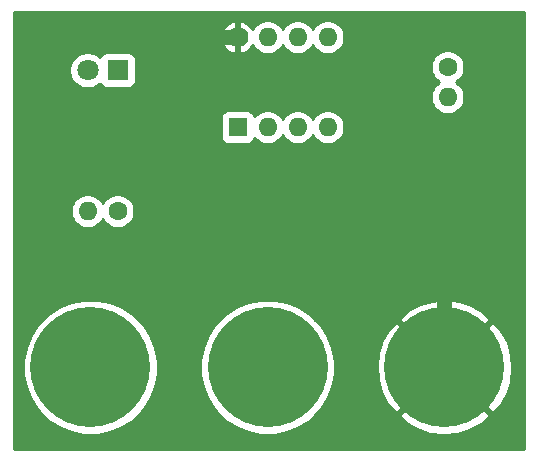
<source format=gbr>
G04 #@! TF.GenerationSoftware,KiCad,Pcbnew,(5.1.5)-2*
G04 #@! TF.CreationDate,2019-12-11T20:36:42+08:00*
G04 #@! TF.ProjectId,kicad,6b696361-642e-46b6-9963-61645f706362,rev?*
G04 #@! TF.SameCoordinates,Original*
G04 #@! TF.FileFunction,Copper,L2,Bot*
G04 #@! TF.FilePolarity,Positive*
%FSLAX46Y46*%
G04 Gerber Fmt 4.6, Leading zero omitted, Abs format (unit mm)*
G04 Created by KiCad (PCBNEW (5.1.5)-2) date 2019-12-11 20:36:42*
%MOMM*%
%LPD*%
G04 APERTURE LIST*
%ADD10C,10.160000*%
%ADD11R,1.600000X1.600000*%
%ADD12O,1.600000X1.600000*%
%ADD13C,1.600000*%
%ADD14C,1.800000*%
%ADD15R,1.800000X1.800000*%
%ADD16C,1.778000*%
%ADD17C,1.270000*%
%ADD18C,0.254000*%
G04 APERTURE END LIST*
D10*
X144399000Y-114554000D03*
X159379000Y-114554000D03*
X129409000Y-114554000D03*
D11*
X141859000Y-94234000D03*
D12*
X149479000Y-86614000D03*
X144399000Y-94234000D03*
X146939000Y-86614000D03*
X146939000Y-94234000D03*
X144399000Y-86614000D03*
X149479000Y-94234000D03*
X141859000Y-86614000D03*
D13*
X159639000Y-89154000D03*
D12*
X159639000Y-91694000D03*
X129159000Y-101346000D03*
D13*
X131699000Y-101346000D03*
D14*
X129159000Y-89408000D03*
D15*
X131699000Y-89408000D03*
D16*
X141859000Y-86614000D03*
D17*
X159379000Y-107369796D02*
X159379000Y-114554000D01*
X158308204Y-106299000D02*
X159379000Y-107369796D01*
X141859000Y-86614000D02*
X138176000Y-86614000D01*
X136906000Y-87884000D02*
X136906000Y-100838000D01*
X138176000Y-86614000D02*
X136906000Y-87884000D01*
X136906000Y-100838000D02*
X142367000Y-106299000D01*
X142367000Y-106299000D02*
X158308204Y-106299000D01*
D18*
G36*
X166091001Y-121514000D02*
G01*
X122961000Y-121514000D01*
X122961000Y-113991122D01*
X123694000Y-113991122D01*
X123694000Y-115116878D01*
X123913625Y-116221004D01*
X124344433Y-117261067D01*
X124969870Y-118197100D01*
X125765900Y-118993130D01*
X126701933Y-119618567D01*
X127741996Y-120049375D01*
X128846122Y-120269000D01*
X129971878Y-120269000D01*
X131076004Y-120049375D01*
X132116067Y-119618567D01*
X133052100Y-118993130D01*
X133848130Y-118197100D01*
X134473567Y-117261067D01*
X134904375Y-116221004D01*
X135124000Y-115116878D01*
X135124000Y-113991122D01*
X138684000Y-113991122D01*
X138684000Y-115116878D01*
X138903625Y-116221004D01*
X139334433Y-117261067D01*
X139959870Y-118197100D01*
X140755900Y-118993130D01*
X141691933Y-119618567D01*
X142731996Y-120049375D01*
X143836122Y-120269000D01*
X144961878Y-120269000D01*
X146066004Y-120049375D01*
X147106067Y-119618567D01*
X148042100Y-118993130D01*
X148444034Y-118591196D01*
X155521409Y-118591196D01*
X156107124Y-119273416D01*
X157090704Y-119821045D01*
X158162223Y-120166265D01*
X159280501Y-120295808D01*
X160402565Y-120204697D01*
X161485294Y-119896433D01*
X162487079Y-119382863D01*
X162650876Y-119273416D01*
X163236591Y-118591196D01*
X159379000Y-114733605D01*
X155521409Y-118591196D01*
X148444034Y-118591196D01*
X148838130Y-118197100D01*
X149463567Y-117261067D01*
X149894375Y-116221004D01*
X150114000Y-115116878D01*
X150114000Y-114455501D01*
X153637192Y-114455501D01*
X153728303Y-115577565D01*
X154036567Y-116660294D01*
X154550137Y-117662079D01*
X154659584Y-117825876D01*
X155341804Y-118411591D01*
X159199395Y-114554000D01*
X159558605Y-114554000D01*
X163416196Y-118411591D01*
X164098416Y-117825876D01*
X164646045Y-116842296D01*
X164991265Y-115770777D01*
X165120808Y-114652499D01*
X165029697Y-113530435D01*
X164721433Y-112447706D01*
X164207863Y-111445921D01*
X164098416Y-111282124D01*
X163416196Y-110696409D01*
X159558605Y-114554000D01*
X159199395Y-114554000D01*
X155341804Y-110696409D01*
X154659584Y-111282124D01*
X154111955Y-112265704D01*
X153766735Y-113337223D01*
X153637192Y-114455501D01*
X150114000Y-114455501D01*
X150114000Y-113991122D01*
X149894375Y-112886996D01*
X149463567Y-111846933D01*
X148838130Y-110910900D01*
X148444034Y-110516804D01*
X155521409Y-110516804D01*
X159379000Y-114374395D01*
X163236591Y-110516804D01*
X162650876Y-109834584D01*
X161667296Y-109286955D01*
X160595777Y-108941735D01*
X159477499Y-108812192D01*
X158355435Y-108903303D01*
X157272706Y-109211567D01*
X156270921Y-109725137D01*
X156107124Y-109834584D01*
X155521409Y-110516804D01*
X148444034Y-110516804D01*
X148042100Y-110114870D01*
X147106067Y-109489433D01*
X146066004Y-109058625D01*
X144961878Y-108839000D01*
X143836122Y-108839000D01*
X142731996Y-109058625D01*
X141691933Y-109489433D01*
X140755900Y-110114870D01*
X139959870Y-110910900D01*
X139334433Y-111846933D01*
X138903625Y-112886996D01*
X138684000Y-113991122D01*
X135124000Y-113991122D01*
X134904375Y-112886996D01*
X134473567Y-111846933D01*
X133848130Y-110910900D01*
X133052100Y-110114870D01*
X132116067Y-109489433D01*
X131076004Y-109058625D01*
X129971878Y-108839000D01*
X128846122Y-108839000D01*
X127741996Y-109058625D01*
X126701933Y-109489433D01*
X125765900Y-110114870D01*
X124969870Y-110910900D01*
X124344433Y-111846933D01*
X123913625Y-112886996D01*
X123694000Y-113991122D01*
X122961000Y-113991122D01*
X122961000Y-101204665D01*
X127724000Y-101204665D01*
X127724000Y-101487335D01*
X127779147Y-101764574D01*
X127887320Y-102025727D01*
X128044363Y-102260759D01*
X128244241Y-102460637D01*
X128479273Y-102617680D01*
X128740426Y-102725853D01*
X129017665Y-102781000D01*
X129300335Y-102781000D01*
X129577574Y-102725853D01*
X129838727Y-102617680D01*
X130073759Y-102460637D01*
X130273637Y-102260759D01*
X130429000Y-102028241D01*
X130584363Y-102260759D01*
X130784241Y-102460637D01*
X131019273Y-102617680D01*
X131280426Y-102725853D01*
X131557665Y-102781000D01*
X131840335Y-102781000D01*
X132117574Y-102725853D01*
X132378727Y-102617680D01*
X132613759Y-102460637D01*
X132813637Y-102260759D01*
X132970680Y-102025727D01*
X133078853Y-101764574D01*
X133134000Y-101487335D01*
X133134000Y-101204665D01*
X133078853Y-100927426D01*
X132970680Y-100666273D01*
X132813637Y-100431241D01*
X132613759Y-100231363D01*
X132378727Y-100074320D01*
X132117574Y-99966147D01*
X131840335Y-99911000D01*
X131557665Y-99911000D01*
X131280426Y-99966147D01*
X131019273Y-100074320D01*
X130784241Y-100231363D01*
X130584363Y-100431241D01*
X130429000Y-100663759D01*
X130273637Y-100431241D01*
X130073759Y-100231363D01*
X129838727Y-100074320D01*
X129577574Y-99966147D01*
X129300335Y-99911000D01*
X129017665Y-99911000D01*
X128740426Y-99966147D01*
X128479273Y-100074320D01*
X128244241Y-100231363D01*
X128044363Y-100431241D01*
X127887320Y-100666273D01*
X127779147Y-100927426D01*
X127724000Y-101204665D01*
X122961000Y-101204665D01*
X122961000Y-93434000D01*
X140420928Y-93434000D01*
X140420928Y-95034000D01*
X140433188Y-95158482D01*
X140469498Y-95278180D01*
X140528463Y-95388494D01*
X140607815Y-95485185D01*
X140704506Y-95564537D01*
X140814820Y-95623502D01*
X140934518Y-95659812D01*
X141059000Y-95672072D01*
X142659000Y-95672072D01*
X142783482Y-95659812D01*
X142903180Y-95623502D01*
X143013494Y-95564537D01*
X143110185Y-95485185D01*
X143189537Y-95388494D01*
X143248502Y-95278180D01*
X143284812Y-95158482D01*
X143285643Y-95150039D01*
X143484241Y-95348637D01*
X143719273Y-95505680D01*
X143980426Y-95613853D01*
X144257665Y-95669000D01*
X144540335Y-95669000D01*
X144817574Y-95613853D01*
X145078727Y-95505680D01*
X145313759Y-95348637D01*
X145513637Y-95148759D01*
X145669000Y-94916241D01*
X145824363Y-95148759D01*
X146024241Y-95348637D01*
X146259273Y-95505680D01*
X146520426Y-95613853D01*
X146797665Y-95669000D01*
X147080335Y-95669000D01*
X147357574Y-95613853D01*
X147618727Y-95505680D01*
X147853759Y-95348637D01*
X148053637Y-95148759D01*
X148209000Y-94916241D01*
X148364363Y-95148759D01*
X148564241Y-95348637D01*
X148799273Y-95505680D01*
X149060426Y-95613853D01*
X149337665Y-95669000D01*
X149620335Y-95669000D01*
X149897574Y-95613853D01*
X150158727Y-95505680D01*
X150393759Y-95348637D01*
X150593637Y-95148759D01*
X150750680Y-94913727D01*
X150858853Y-94652574D01*
X150914000Y-94375335D01*
X150914000Y-94092665D01*
X150858853Y-93815426D01*
X150750680Y-93554273D01*
X150593637Y-93319241D01*
X150393759Y-93119363D01*
X150158727Y-92962320D01*
X149897574Y-92854147D01*
X149620335Y-92799000D01*
X149337665Y-92799000D01*
X149060426Y-92854147D01*
X148799273Y-92962320D01*
X148564241Y-93119363D01*
X148364363Y-93319241D01*
X148209000Y-93551759D01*
X148053637Y-93319241D01*
X147853759Y-93119363D01*
X147618727Y-92962320D01*
X147357574Y-92854147D01*
X147080335Y-92799000D01*
X146797665Y-92799000D01*
X146520426Y-92854147D01*
X146259273Y-92962320D01*
X146024241Y-93119363D01*
X145824363Y-93319241D01*
X145669000Y-93551759D01*
X145513637Y-93319241D01*
X145313759Y-93119363D01*
X145078727Y-92962320D01*
X144817574Y-92854147D01*
X144540335Y-92799000D01*
X144257665Y-92799000D01*
X143980426Y-92854147D01*
X143719273Y-92962320D01*
X143484241Y-93119363D01*
X143285643Y-93317961D01*
X143284812Y-93309518D01*
X143248502Y-93189820D01*
X143189537Y-93079506D01*
X143110185Y-92982815D01*
X143013494Y-92903463D01*
X142903180Y-92844498D01*
X142783482Y-92808188D01*
X142659000Y-92795928D01*
X141059000Y-92795928D01*
X140934518Y-92808188D01*
X140814820Y-92844498D01*
X140704506Y-92903463D01*
X140607815Y-92982815D01*
X140528463Y-93079506D01*
X140469498Y-93189820D01*
X140433188Y-93309518D01*
X140420928Y-93434000D01*
X122961000Y-93434000D01*
X122961000Y-89256816D01*
X127624000Y-89256816D01*
X127624000Y-89559184D01*
X127682989Y-89855743D01*
X127798701Y-90135095D01*
X127966688Y-90386505D01*
X128180495Y-90600312D01*
X128431905Y-90768299D01*
X128711257Y-90884011D01*
X129007816Y-90943000D01*
X129310184Y-90943000D01*
X129606743Y-90884011D01*
X129886095Y-90768299D01*
X130137505Y-90600312D01*
X130203944Y-90533873D01*
X130209498Y-90552180D01*
X130268463Y-90662494D01*
X130347815Y-90759185D01*
X130444506Y-90838537D01*
X130554820Y-90897502D01*
X130674518Y-90933812D01*
X130799000Y-90946072D01*
X132599000Y-90946072D01*
X132723482Y-90933812D01*
X132843180Y-90897502D01*
X132953494Y-90838537D01*
X133050185Y-90759185D01*
X133129537Y-90662494D01*
X133188502Y-90552180D01*
X133224812Y-90432482D01*
X133237072Y-90308000D01*
X133237072Y-89012665D01*
X158204000Y-89012665D01*
X158204000Y-89295335D01*
X158259147Y-89572574D01*
X158367320Y-89833727D01*
X158524363Y-90068759D01*
X158724241Y-90268637D01*
X158956759Y-90424000D01*
X158724241Y-90579363D01*
X158524363Y-90779241D01*
X158367320Y-91014273D01*
X158259147Y-91275426D01*
X158204000Y-91552665D01*
X158204000Y-91835335D01*
X158259147Y-92112574D01*
X158367320Y-92373727D01*
X158524363Y-92608759D01*
X158724241Y-92808637D01*
X158959273Y-92965680D01*
X159220426Y-93073853D01*
X159497665Y-93129000D01*
X159780335Y-93129000D01*
X160057574Y-93073853D01*
X160318727Y-92965680D01*
X160553759Y-92808637D01*
X160753637Y-92608759D01*
X160910680Y-92373727D01*
X161018853Y-92112574D01*
X161074000Y-91835335D01*
X161074000Y-91552665D01*
X161018853Y-91275426D01*
X160910680Y-91014273D01*
X160753637Y-90779241D01*
X160553759Y-90579363D01*
X160321241Y-90424000D01*
X160553759Y-90268637D01*
X160753637Y-90068759D01*
X160910680Y-89833727D01*
X161018853Y-89572574D01*
X161074000Y-89295335D01*
X161074000Y-89012665D01*
X161018853Y-88735426D01*
X160910680Y-88474273D01*
X160753637Y-88239241D01*
X160553759Y-88039363D01*
X160318727Y-87882320D01*
X160057574Y-87774147D01*
X159780335Y-87719000D01*
X159497665Y-87719000D01*
X159220426Y-87774147D01*
X158959273Y-87882320D01*
X158724241Y-88039363D01*
X158524363Y-88239241D01*
X158367320Y-88474273D01*
X158259147Y-88735426D01*
X158204000Y-89012665D01*
X133237072Y-89012665D01*
X133237072Y-88508000D01*
X133224812Y-88383518D01*
X133188502Y-88263820D01*
X133129537Y-88153506D01*
X133050185Y-88056815D01*
X132953494Y-87977463D01*
X132843180Y-87918498D01*
X132723482Y-87882188D01*
X132599000Y-87869928D01*
X130799000Y-87869928D01*
X130674518Y-87882188D01*
X130554820Y-87918498D01*
X130444506Y-87977463D01*
X130347815Y-88056815D01*
X130268463Y-88153506D01*
X130209498Y-88263820D01*
X130203944Y-88282127D01*
X130137505Y-88215688D01*
X129886095Y-88047701D01*
X129606743Y-87931989D01*
X129310184Y-87873000D01*
X129007816Y-87873000D01*
X128711257Y-87931989D01*
X128431905Y-88047701D01*
X128180495Y-88215688D01*
X127966688Y-88429495D01*
X127798701Y-88680905D01*
X127682989Y-88960257D01*
X127624000Y-89256816D01*
X122961000Y-89256816D01*
X122961000Y-86963040D01*
X140467091Y-86963040D01*
X140561930Y-87227881D01*
X140706615Y-87469131D01*
X140895586Y-87677519D01*
X141121580Y-87845037D01*
X141375913Y-87965246D01*
X141509961Y-88005904D01*
X141732000Y-87883915D01*
X141732000Y-86741000D01*
X140588376Y-86741000D01*
X140467091Y-86963040D01*
X122961000Y-86963040D01*
X122961000Y-86264960D01*
X140467091Y-86264960D01*
X140588376Y-86487000D01*
X141732000Y-86487000D01*
X141732000Y-85344085D01*
X141986000Y-85344085D01*
X141986000Y-86487000D01*
X142006000Y-86487000D01*
X142006000Y-86741000D01*
X141986000Y-86741000D01*
X141986000Y-87883915D01*
X142208039Y-88005904D01*
X142342087Y-87965246D01*
X142596420Y-87845037D01*
X142822414Y-87677519D01*
X143011385Y-87469131D01*
X143122933Y-87283135D01*
X143127320Y-87293727D01*
X143284363Y-87528759D01*
X143484241Y-87728637D01*
X143719273Y-87885680D01*
X143980426Y-87993853D01*
X144257665Y-88049000D01*
X144540335Y-88049000D01*
X144817574Y-87993853D01*
X145078727Y-87885680D01*
X145313759Y-87728637D01*
X145513637Y-87528759D01*
X145669000Y-87296241D01*
X145824363Y-87528759D01*
X146024241Y-87728637D01*
X146259273Y-87885680D01*
X146520426Y-87993853D01*
X146797665Y-88049000D01*
X147080335Y-88049000D01*
X147357574Y-87993853D01*
X147618727Y-87885680D01*
X147853759Y-87728637D01*
X148053637Y-87528759D01*
X148209000Y-87296241D01*
X148364363Y-87528759D01*
X148564241Y-87728637D01*
X148799273Y-87885680D01*
X149060426Y-87993853D01*
X149337665Y-88049000D01*
X149620335Y-88049000D01*
X149897574Y-87993853D01*
X150158727Y-87885680D01*
X150393759Y-87728637D01*
X150593637Y-87528759D01*
X150750680Y-87293727D01*
X150858853Y-87032574D01*
X150914000Y-86755335D01*
X150914000Y-86472665D01*
X150858853Y-86195426D01*
X150750680Y-85934273D01*
X150593637Y-85699241D01*
X150393759Y-85499363D01*
X150158727Y-85342320D01*
X149897574Y-85234147D01*
X149620335Y-85179000D01*
X149337665Y-85179000D01*
X149060426Y-85234147D01*
X148799273Y-85342320D01*
X148564241Y-85499363D01*
X148364363Y-85699241D01*
X148209000Y-85931759D01*
X148053637Y-85699241D01*
X147853759Y-85499363D01*
X147618727Y-85342320D01*
X147357574Y-85234147D01*
X147080335Y-85179000D01*
X146797665Y-85179000D01*
X146520426Y-85234147D01*
X146259273Y-85342320D01*
X146024241Y-85499363D01*
X145824363Y-85699241D01*
X145669000Y-85931759D01*
X145513637Y-85699241D01*
X145313759Y-85499363D01*
X145078727Y-85342320D01*
X144817574Y-85234147D01*
X144540335Y-85179000D01*
X144257665Y-85179000D01*
X143980426Y-85234147D01*
X143719273Y-85342320D01*
X143484241Y-85499363D01*
X143284363Y-85699241D01*
X143127320Y-85934273D01*
X143122933Y-85944865D01*
X143011385Y-85758869D01*
X142822414Y-85550481D01*
X142596420Y-85382963D01*
X142342087Y-85262754D01*
X142208039Y-85222096D01*
X141986000Y-85344085D01*
X141732000Y-85344085D01*
X141509961Y-85222096D01*
X141375913Y-85262754D01*
X141121580Y-85382963D01*
X140895586Y-85550481D01*
X140706615Y-85758869D01*
X140561930Y-86000119D01*
X140467091Y-86264960D01*
X122961000Y-86264960D01*
X122961000Y-84480000D01*
X166091000Y-84480000D01*
X166091001Y-121514000D01*
G37*
X166091001Y-121514000D02*
X122961000Y-121514000D01*
X122961000Y-113991122D01*
X123694000Y-113991122D01*
X123694000Y-115116878D01*
X123913625Y-116221004D01*
X124344433Y-117261067D01*
X124969870Y-118197100D01*
X125765900Y-118993130D01*
X126701933Y-119618567D01*
X127741996Y-120049375D01*
X128846122Y-120269000D01*
X129971878Y-120269000D01*
X131076004Y-120049375D01*
X132116067Y-119618567D01*
X133052100Y-118993130D01*
X133848130Y-118197100D01*
X134473567Y-117261067D01*
X134904375Y-116221004D01*
X135124000Y-115116878D01*
X135124000Y-113991122D01*
X138684000Y-113991122D01*
X138684000Y-115116878D01*
X138903625Y-116221004D01*
X139334433Y-117261067D01*
X139959870Y-118197100D01*
X140755900Y-118993130D01*
X141691933Y-119618567D01*
X142731996Y-120049375D01*
X143836122Y-120269000D01*
X144961878Y-120269000D01*
X146066004Y-120049375D01*
X147106067Y-119618567D01*
X148042100Y-118993130D01*
X148444034Y-118591196D01*
X155521409Y-118591196D01*
X156107124Y-119273416D01*
X157090704Y-119821045D01*
X158162223Y-120166265D01*
X159280501Y-120295808D01*
X160402565Y-120204697D01*
X161485294Y-119896433D01*
X162487079Y-119382863D01*
X162650876Y-119273416D01*
X163236591Y-118591196D01*
X159379000Y-114733605D01*
X155521409Y-118591196D01*
X148444034Y-118591196D01*
X148838130Y-118197100D01*
X149463567Y-117261067D01*
X149894375Y-116221004D01*
X150114000Y-115116878D01*
X150114000Y-114455501D01*
X153637192Y-114455501D01*
X153728303Y-115577565D01*
X154036567Y-116660294D01*
X154550137Y-117662079D01*
X154659584Y-117825876D01*
X155341804Y-118411591D01*
X159199395Y-114554000D01*
X159558605Y-114554000D01*
X163416196Y-118411591D01*
X164098416Y-117825876D01*
X164646045Y-116842296D01*
X164991265Y-115770777D01*
X165120808Y-114652499D01*
X165029697Y-113530435D01*
X164721433Y-112447706D01*
X164207863Y-111445921D01*
X164098416Y-111282124D01*
X163416196Y-110696409D01*
X159558605Y-114554000D01*
X159199395Y-114554000D01*
X155341804Y-110696409D01*
X154659584Y-111282124D01*
X154111955Y-112265704D01*
X153766735Y-113337223D01*
X153637192Y-114455501D01*
X150114000Y-114455501D01*
X150114000Y-113991122D01*
X149894375Y-112886996D01*
X149463567Y-111846933D01*
X148838130Y-110910900D01*
X148444034Y-110516804D01*
X155521409Y-110516804D01*
X159379000Y-114374395D01*
X163236591Y-110516804D01*
X162650876Y-109834584D01*
X161667296Y-109286955D01*
X160595777Y-108941735D01*
X159477499Y-108812192D01*
X158355435Y-108903303D01*
X157272706Y-109211567D01*
X156270921Y-109725137D01*
X156107124Y-109834584D01*
X155521409Y-110516804D01*
X148444034Y-110516804D01*
X148042100Y-110114870D01*
X147106067Y-109489433D01*
X146066004Y-109058625D01*
X144961878Y-108839000D01*
X143836122Y-108839000D01*
X142731996Y-109058625D01*
X141691933Y-109489433D01*
X140755900Y-110114870D01*
X139959870Y-110910900D01*
X139334433Y-111846933D01*
X138903625Y-112886996D01*
X138684000Y-113991122D01*
X135124000Y-113991122D01*
X134904375Y-112886996D01*
X134473567Y-111846933D01*
X133848130Y-110910900D01*
X133052100Y-110114870D01*
X132116067Y-109489433D01*
X131076004Y-109058625D01*
X129971878Y-108839000D01*
X128846122Y-108839000D01*
X127741996Y-109058625D01*
X126701933Y-109489433D01*
X125765900Y-110114870D01*
X124969870Y-110910900D01*
X124344433Y-111846933D01*
X123913625Y-112886996D01*
X123694000Y-113991122D01*
X122961000Y-113991122D01*
X122961000Y-101204665D01*
X127724000Y-101204665D01*
X127724000Y-101487335D01*
X127779147Y-101764574D01*
X127887320Y-102025727D01*
X128044363Y-102260759D01*
X128244241Y-102460637D01*
X128479273Y-102617680D01*
X128740426Y-102725853D01*
X129017665Y-102781000D01*
X129300335Y-102781000D01*
X129577574Y-102725853D01*
X129838727Y-102617680D01*
X130073759Y-102460637D01*
X130273637Y-102260759D01*
X130429000Y-102028241D01*
X130584363Y-102260759D01*
X130784241Y-102460637D01*
X131019273Y-102617680D01*
X131280426Y-102725853D01*
X131557665Y-102781000D01*
X131840335Y-102781000D01*
X132117574Y-102725853D01*
X132378727Y-102617680D01*
X132613759Y-102460637D01*
X132813637Y-102260759D01*
X132970680Y-102025727D01*
X133078853Y-101764574D01*
X133134000Y-101487335D01*
X133134000Y-101204665D01*
X133078853Y-100927426D01*
X132970680Y-100666273D01*
X132813637Y-100431241D01*
X132613759Y-100231363D01*
X132378727Y-100074320D01*
X132117574Y-99966147D01*
X131840335Y-99911000D01*
X131557665Y-99911000D01*
X131280426Y-99966147D01*
X131019273Y-100074320D01*
X130784241Y-100231363D01*
X130584363Y-100431241D01*
X130429000Y-100663759D01*
X130273637Y-100431241D01*
X130073759Y-100231363D01*
X129838727Y-100074320D01*
X129577574Y-99966147D01*
X129300335Y-99911000D01*
X129017665Y-99911000D01*
X128740426Y-99966147D01*
X128479273Y-100074320D01*
X128244241Y-100231363D01*
X128044363Y-100431241D01*
X127887320Y-100666273D01*
X127779147Y-100927426D01*
X127724000Y-101204665D01*
X122961000Y-101204665D01*
X122961000Y-93434000D01*
X140420928Y-93434000D01*
X140420928Y-95034000D01*
X140433188Y-95158482D01*
X140469498Y-95278180D01*
X140528463Y-95388494D01*
X140607815Y-95485185D01*
X140704506Y-95564537D01*
X140814820Y-95623502D01*
X140934518Y-95659812D01*
X141059000Y-95672072D01*
X142659000Y-95672072D01*
X142783482Y-95659812D01*
X142903180Y-95623502D01*
X143013494Y-95564537D01*
X143110185Y-95485185D01*
X143189537Y-95388494D01*
X143248502Y-95278180D01*
X143284812Y-95158482D01*
X143285643Y-95150039D01*
X143484241Y-95348637D01*
X143719273Y-95505680D01*
X143980426Y-95613853D01*
X144257665Y-95669000D01*
X144540335Y-95669000D01*
X144817574Y-95613853D01*
X145078727Y-95505680D01*
X145313759Y-95348637D01*
X145513637Y-95148759D01*
X145669000Y-94916241D01*
X145824363Y-95148759D01*
X146024241Y-95348637D01*
X146259273Y-95505680D01*
X146520426Y-95613853D01*
X146797665Y-95669000D01*
X147080335Y-95669000D01*
X147357574Y-95613853D01*
X147618727Y-95505680D01*
X147853759Y-95348637D01*
X148053637Y-95148759D01*
X148209000Y-94916241D01*
X148364363Y-95148759D01*
X148564241Y-95348637D01*
X148799273Y-95505680D01*
X149060426Y-95613853D01*
X149337665Y-95669000D01*
X149620335Y-95669000D01*
X149897574Y-95613853D01*
X150158727Y-95505680D01*
X150393759Y-95348637D01*
X150593637Y-95148759D01*
X150750680Y-94913727D01*
X150858853Y-94652574D01*
X150914000Y-94375335D01*
X150914000Y-94092665D01*
X150858853Y-93815426D01*
X150750680Y-93554273D01*
X150593637Y-93319241D01*
X150393759Y-93119363D01*
X150158727Y-92962320D01*
X149897574Y-92854147D01*
X149620335Y-92799000D01*
X149337665Y-92799000D01*
X149060426Y-92854147D01*
X148799273Y-92962320D01*
X148564241Y-93119363D01*
X148364363Y-93319241D01*
X148209000Y-93551759D01*
X148053637Y-93319241D01*
X147853759Y-93119363D01*
X147618727Y-92962320D01*
X147357574Y-92854147D01*
X147080335Y-92799000D01*
X146797665Y-92799000D01*
X146520426Y-92854147D01*
X146259273Y-92962320D01*
X146024241Y-93119363D01*
X145824363Y-93319241D01*
X145669000Y-93551759D01*
X145513637Y-93319241D01*
X145313759Y-93119363D01*
X145078727Y-92962320D01*
X144817574Y-92854147D01*
X144540335Y-92799000D01*
X144257665Y-92799000D01*
X143980426Y-92854147D01*
X143719273Y-92962320D01*
X143484241Y-93119363D01*
X143285643Y-93317961D01*
X143284812Y-93309518D01*
X143248502Y-93189820D01*
X143189537Y-93079506D01*
X143110185Y-92982815D01*
X143013494Y-92903463D01*
X142903180Y-92844498D01*
X142783482Y-92808188D01*
X142659000Y-92795928D01*
X141059000Y-92795928D01*
X140934518Y-92808188D01*
X140814820Y-92844498D01*
X140704506Y-92903463D01*
X140607815Y-92982815D01*
X140528463Y-93079506D01*
X140469498Y-93189820D01*
X140433188Y-93309518D01*
X140420928Y-93434000D01*
X122961000Y-93434000D01*
X122961000Y-89256816D01*
X127624000Y-89256816D01*
X127624000Y-89559184D01*
X127682989Y-89855743D01*
X127798701Y-90135095D01*
X127966688Y-90386505D01*
X128180495Y-90600312D01*
X128431905Y-90768299D01*
X128711257Y-90884011D01*
X129007816Y-90943000D01*
X129310184Y-90943000D01*
X129606743Y-90884011D01*
X129886095Y-90768299D01*
X130137505Y-90600312D01*
X130203944Y-90533873D01*
X130209498Y-90552180D01*
X130268463Y-90662494D01*
X130347815Y-90759185D01*
X130444506Y-90838537D01*
X130554820Y-90897502D01*
X130674518Y-90933812D01*
X130799000Y-90946072D01*
X132599000Y-90946072D01*
X132723482Y-90933812D01*
X132843180Y-90897502D01*
X132953494Y-90838537D01*
X133050185Y-90759185D01*
X133129537Y-90662494D01*
X133188502Y-90552180D01*
X133224812Y-90432482D01*
X133237072Y-90308000D01*
X133237072Y-89012665D01*
X158204000Y-89012665D01*
X158204000Y-89295335D01*
X158259147Y-89572574D01*
X158367320Y-89833727D01*
X158524363Y-90068759D01*
X158724241Y-90268637D01*
X158956759Y-90424000D01*
X158724241Y-90579363D01*
X158524363Y-90779241D01*
X158367320Y-91014273D01*
X158259147Y-91275426D01*
X158204000Y-91552665D01*
X158204000Y-91835335D01*
X158259147Y-92112574D01*
X158367320Y-92373727D01*
X158524363Y-92608759D01*
X158724241Y-92808637D01*
X158959273Y-92965680D01*
X159220426Y-93073853D01*
X159497665Y-93129000D01*
X159780335Y-93129000D01*
X160057574Y-93073853D01*
X160318727Y-92965680D01*
X160553759Y-92808637D01*
X160753637Y-92608759D01*
X160910680Y-92373727D01*
X161018853Y-92112574D01*
X161074000Y-91835335D01*
X161074000Y-91552665D01*
X161018853Y-91275426D01*
X160910680Y-91014273D01*
X160753637Y-90779241D01*
X160553759Y-90579363D01*
X160321241Y-90424000D01*
X160553759Y-90268637D01*
X160753637Y-90068759D01*
X160910680Y-89833727D01*
X161018853Y-89572574D01*
X161074000Y-89295335D01*
X161074000Y-89012665D01*
X161018853Y-88735426D01*
X160910680Y-88474273D01*
X160753637Y-88239241D01*
X160553759Y-88039363D01*
X160318727Y-87882320D01*
X160057574Y-87774147D01*
X159780335Y-87719000D01*
X159497665Y-87719000D01*
X159220426Y-87774147D01*
X158959273Y-87882320D01*
X158724241Y-88039363D01*
X158524363Y-88239241D01*
X158367320Y-88474273D01*
X158259147Y-88735426D01*
X158204000Y-89012665D01*
X133237072Y-89012665D01*
X133237072Y-88508000D01*
X133224812Y-88383518D01*
X133188502Y-88263820D01*
X133129537Y-88153506D01*
X133050185Y-88056815D01*
X132953494Y-87977463D01*
X132843180Y-87918498D01*
X132723482Y-87882188D01*
X132599000Y-87869928D01*
X130799000Y-87869928D01*
X130674518Y-87882188D01*
X130554820Y-87918498D01*
X130444506Y-87977463D01*
X130347815Y-88056815D01*
X130268463Y-88153506D01*
X130209498Y-88263820D01*
X130203944Y-88282127D01*
X130137505Y-88215688D01*
X129886095Y-88047701D01*
X129606743Y-87931989D01*
X129310184Y-87873000D01*
X129007816Y-87873000D01*
X128711257Y-87931989D01*
X128431905Y-88047701D01*
X128180495Y-88215688D01*
X127966688Y-88429495D01*
X127798701Y-88680905D01*
X127682989Y-88960257D01*
X127624000Y-89256816D01*
X122961000Y-89256816D01*
X122961000Y-86963040D01*
X140467091Y-86963040D01*
X140561930Y-87227881D01*
X140706615Y-87469131D01*
X140895586Y-87677519D01*
X141121580Y-87845037D01*
X141375913Y-87965246D01*
X141509961Y-88005904D01*
X141732000Y-87883915D01*
X141732000Y-86741000D01*
X140588376Y-86741000D01*
X140467091Y-86963040D01*
X122961000Y-86963040D01*
X122961000Y-86264960D01*
X140467091Y-86264960D01*
X140588376Y-86487000D01*
X141732000Y-86487000D01*
X141732000Y-85344085D01*
X141986000Y-85344085D01*
X141986000Y-86487000D01*
X142006000Y-86487000D01*
X142006000Y-86741000D01*
X141986000Y-86741000D01*
X141986000Y-87883915D01*
X142208039Y-88005904D01*
X142342087Y-87965246D01*
X142596420Y-87845037D01*
X142822414Y-87677519D01*
X143011385Y-87469131D01*
X143122933Y-87283135D01*
X143127320Y-87293727D01*
X143284363Y-87528759D01*
X143484241Y-87728637D01*
X143719273Y-87885680D01*
X143980426Y-87993853D01*
X144257665Y-88049000D01*
X144540335Y-88049000D01*
X144817574Y-87993853D01*
X145078727Y-87885680D01*
X145313759Y-87728637D01*
X145513637Y-87528759D01*
X145669000Y-87296241D01*
X145824363Y-87528759D01*
X146024241Y-87728637D01*
X146259273Y-87885680D01*
X146520426Y-87993853D01*
X146797665Y-88049000D01*
X147080335Y-88049000D01*
X147357574Y-87993853D01*
X147618727Y-87885680D01*
X147853759Y-87728637D01*
X148053637Y-87528759D01*
X148209000Y-87296241D01*
X148364363Y-87528759D01*
X148564241Y-87728637D01*
X148799273Y-87885680D01*
X149060426Y-87993853D01*
X149337665Y-88049000D01*
X149620335Y-88049000D01*
X149897574Y-87993853D01*
X150158727Y-87885680D01*
X150393759Y-87728637D01*
X150593637Y-87528759D01*
X150750680Y-87293727D01*
X150858853Y-87032574D01*
X150914000Y-86755335D01*
X150914000Y-86472665D01*
X150858853Y-86195426D01*
X150750680Y-85934273D01*
X150593637Y-85699241D01*
X150393759Y-85499363D01*
X150158727Y-85342320D01*
X149897574Y-85234147D01*
X149620335Y-85179000D01*
X149337665Y-85179000D01*
X149060426Y-85234147D01*
X148799273Y-85342320D01*
X148564241Y-85499363D01*
X148364363Y-85699241D01*
X148209000Y-85931759D01*
X148053637Y-85699241D01*
X147853759Y-85499363D01*
X147618727Y-85342320D01*
X147357574Y-85234147D01*
X147080335Y-85179000D01*
X146797665Y-85179000D01*
X146520426Y-85234147D01*
X146259273Y-85342320D01*
X146024241Y-85499363D01*
X145824363Y-85699241D01*
X145669000Y-85931759D01*
X145513637Y-85699241D01*
X145313759Y-85499363D01*
X145078727Y-85342320D01*
X144817574Y-85234147D01*
X144540335Y-85179000D01*
X144257665Y-85179000D01*
X143980426Y-85234147D01*
X143719273Y-85342320D01*
X143484241Y-85499363D01*
X143284363Y-85699241D01*
X143127320Y-85934273D01*
X143122933Y-85944865D01*
X143011385Y-85758869D01*
X142822414Y-85550481D01*
X142596420Y-85382963D01*
X142342087Y-85262754D01*
X142208039Y-85222096D01*
X141986000Y-85344085D01*
X141732000Y-85344085D01*
X141509961Y-85222096D01*
X141375913Y-85262754D01*
X141121580Y-85382963D01*
X140895586Y-85550481D01*
X140706615Y-85758869D01*
X140561930Y-86000119D01*
X140467091Y-86264960D01*
X122961000Y-86264960D01*
X122961000Y-84480000D01*
X166091000Y-84480000D01*
X166091001Y-121514000D01*
M02*

</source>
